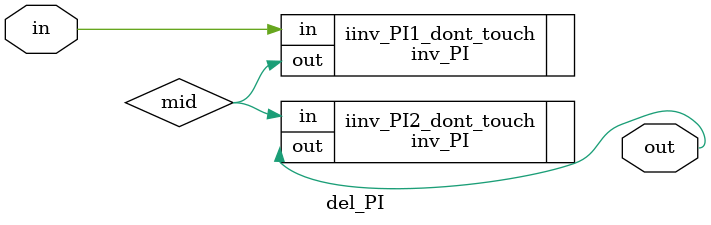
<source format=sv>
module del_PI (
    input in,
    output out
);
    wire mid;

    inv_PI iinv_PI1_dont_touch (
        .in(in),
        .out(mid)
    );

    inv_PI iinv_PI2_dont_touch (
         .in(mid),
         .out(out)
    );
endmodule


</source>
